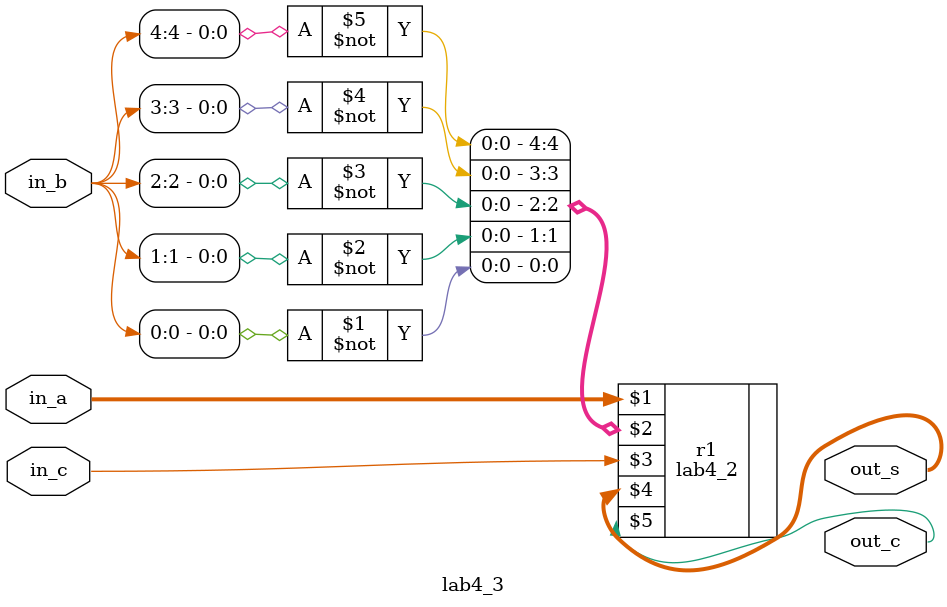
<source format=v>
/* CSED273 lab4 experiment 3 */
/* lab4_3.v */

/* Implement 5-Bit Ripple Subtractor
 * You must use lab4_2 module in lab4_2.v
 * You may use keword "assign" and bitwise opeartor
 * or just implement with gate-level modeling*/
module lab4_3(
    input [4:0] in_a,
    input [4:0] in_b,
    input in_c,
    output [4:0] out_s,
    output out_c
    );

    lab4_2 r1({in_a[4], in_a[3], in_a[2], in_a[1], in_a[0]}, 
    {~in_b[4], ~in_b[3], ~in_b[2], ~in_b[1], ~in_b[0]}, in_c, 
    {out_s[4], out_s[3], out_s[2], out_s[1], out_s[0]}, out_c);

endmodule
</source>
